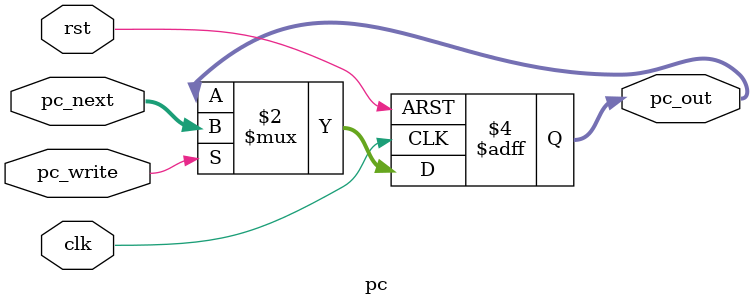
<source format=v>
module pc (
    input wire clk,             
    input wire rst,             
    input wire [31:0] pc_next,  
    input wire pc_write,        
    output reg [31:0] pc_out    
);
    always @(posedge clk or posedge rst) begin
        if (rst)
            pc_out <= 32'h00000000; 
        else if (pc_write)
            pc_out <= pc_next;      
    end
endmodule
</source>
